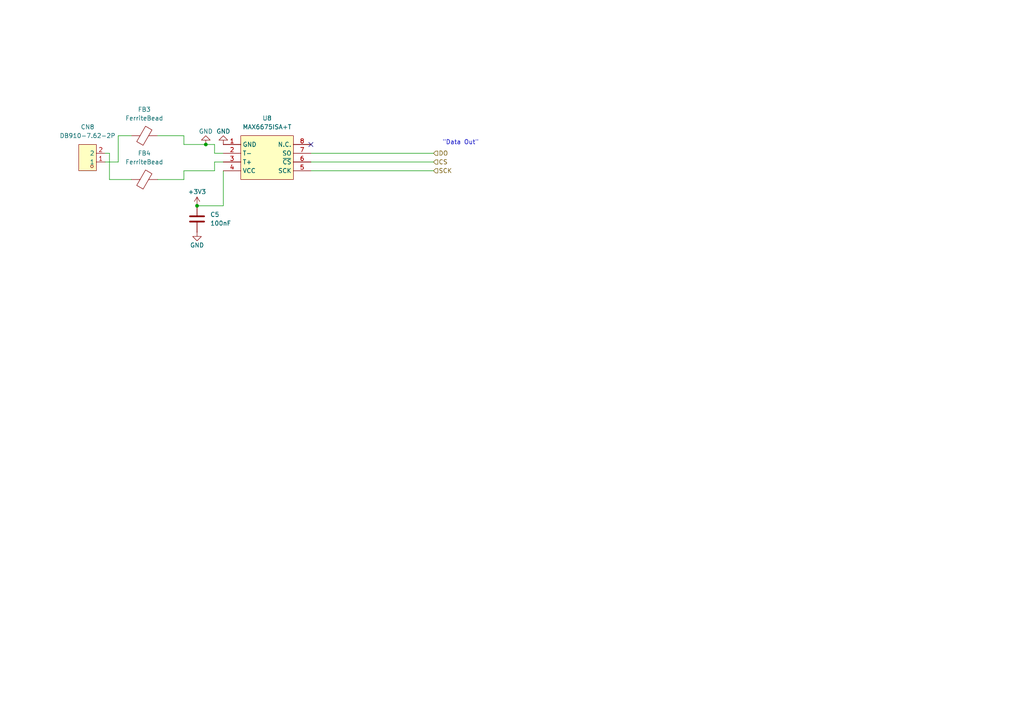
<source format=kicad_sch>
(kicad_sch (version 20231120) (generator "eeschema") (generator_version "8.0")
  (paper "A4")
  (lib_symbols
    (symbol "Device:C" (pin_numbers hide) (pin_names (offset 0.254))
      (property "Reference" "C" (at 0.635 2.54 0))
      (property "Value" "C" (at 0.635 -2.54 0))
      (symbol "C_0_1"
        (polyline (pts (xy -2.032 -0.762) (xy 2.032 -0.762)) (stroke (width 0.508)))
        (polyline (pts (xy -2.032 0.762) (xy 2.032 0.762)) (stroke (width 0.508)))
      )
      (symbol "C_1_1"
        (pin passive line (at 0 3.81 270) (length 2.794) (name "~") (number "1"))
        (pin passive line (at 0 -3.81 90) (length 2.794) (name "~") (number "2"))
      )
    )
    (symbol "Device:FerriteBead" (pin_numbers hide) (pin_names (offset 0))
      (property "Reference" "FB" (at -3.81 0.635 90))
      (property "Value" "FerriteBead" (at 3.81 0 90))
      (symbol "FerriteBead_0_1"
        (polyline (pts (xy 0 -1.27) (xy 0 -1.2192)))
        (polyline (pts (xy 0 1.27) (xy 0 1.2954)))
        (polyline (pts (xy -2.7686 0.4064) (xy -1.7018 2.2606) (xy 2.7686 -0.3048) (xy 1.6764 -2.159) (xy -2.7686 0.4064)))
      )
      (symbol "FerriteBead_1_1"
        (pin passive line (at 0 3.81 270) (length 2.54) (name "~") (number "1"))
        (pin passive line (at 0 -3.81 90) (length 2.54) (name "~") (number "2"))
      )
    )
    (symbol "blastLib:DB910-7.62-2P"
      (property "Reference" "CN" (at 0 6.35 0))
      (property "Value" "DB910-7.62-2P" (at 0 -6.35 0))
      (symbol "DB910-7.62-2P_0_1"
        (rectangle (start -2.54 3.81) (end 2.54 -3.81) (fill (type background)))
        (circle (center -1.27 2.54) (radius 0.38))
        (pin unspecified line (at -5.08 1.27 0) (length 2.54) (name "1") (number "1"))
        (pin unspecified line (at -5.08 -1.27 0) (length 2.54) (name "2") (number "2"))
      )
    )
    (symbol "blastLib:MAX6675ISA+T"
      (property "Reference" "U" (at 0 8.89 0))
      (property "Value" "MAX6675ISA+T" (at 0 -8.89 0))
      (symbol "MAX6675ISA+T_0_1"
        (rectangle (start -7.62 6.35) (end 7.62 -6.35) (fill (type background)))
        (pin unspecified line (at -12.7 3.81 0) (length 5.08) (name "GND") (number "1"))
        (pin unspecified line (at -12.7 1.27 0) (length 5.08) (name "T-") (number "2"))
        (pin unspecified line (at -12.7 -1.27 0) (length 5.08) (name "T+") (number "3"))
        (pin unspecified line (at -12.7 -3.81 0) (length 5.08) (name "VCC") (number "4"))
        (pin unspecified line (at 12.7 -3.81 180) (length 5.08) (name "SCK") (number "5"))
        (pin unspecified line (at 12.7 -1.27 180) (length 5.08) (name "~{CS}") (number "6"))
        (pin unspecified line (at 12.7 1.27 180) (length 5.08) (name "SO") (number "7"))
        (pin unspecified line (at 12.7 3.81 180) (length 5.08) (name "N.C.") (number "8"))
      )
    )
    (symbol "power:+3V3" (power) (pin_numbers hide) (pin_names (offset 0) hide)
      (property "Value" "+3V3" (at 0 3.556 0))
      (symbol "+3V3_0_1"
        (polyline (pts (xy -0.762 1.27) (xy 0 2.54)))
        (polyline (pts (xy 0 0) (xy 0 2.54)))
        (polyline (pts (xy 0 2.54) (xy 0.762 1.27)))
      )
      (symbol "+3V3_1_1"
        (pin power_in line (at 0 0 90) (length 0) (name "~") (number "1"))
      )
    )
    (symbol "power:GND" (power) (pin_numbers hide) (pin_names (offset 0) hide)
      (property "Value" "GND" (at 0 -3.81 0))
      (symbol "GND_0_1"
        (polyline (pts (xy 0 0) (xy 0 -1.27) (xy 1.27 -1.27) (xy 0 -2.54) (xy -1.27 -1.27) (xy 0 -1.27)))
      )
      (symbol "GND_1_1"
        (pin power_in line (at 0 0 270) (length 0) (name "~") (number "1"))
      )
    )
  )
  (junction (at 57.15 59.69))
  (junction (at 59.69 41.91))
  (no_connect (at 90.17 41.91))
  (wire (pts (xy 31.75 52.07) (xy 38.1 52.07)))
  (wire (pts (xy 53.34 39.37) (xy 53.34 41.91)))
  (wire (pts (xy 64.77 49.53) (xy 64.77 59.69)))
  (wire (pts (xy 90.17 49.53) (xy 125.73 49.53)))
  (wire (pts (xy 38.1 39.37) (xy 34.29 39.37)))
  (wire (pts (xy 59.69 41.91) (xy 53.34 41.91)))
  (wire (pts (xy 53.34 52.07) (xy 53.34 49.53)))
  (wire (pts (xy 62.23 41.91) (xy 59.69 41.91)))
  (wire (pts (xy 31.75 52.07) (xy 31.75 44.45)))
  (wire (pts (xy 90.17 44.45) (xy 125.73 44.45)))
  (wire (pts (xy 45.72 52.07) (xy 53.34 52.07)))
  (wire (pts (xy 34.29 39.37) (xy 34.29 46.99)))
  (wire (pts (xy 62.23 46.99) (xy 62.23 49.53)))
  (wire (pts (xy 62.23 49.53) (xy 53.34 49.53)))
  (wire (pts (xy 45.72 39.37) (xy 53.34 39.37)))
  (wire (pts (xy 90.17 46.99) (xy 125.73 46.99)))
  (wire (pts (xy 57.15 59.69) (xy 64.77 59.69)))
  (wire (pts (xy 34.29 46.99) (xy 30.48 46.99)))
  (wire (pts (xy 62.23 44.45) (xy 62.23 41.91)))
  (wire (pts (xy 64.77 46.99) (xy 62.23 46.99)))
  (wire (pts (xy 64.77 44.45) (xy 62.23 44.45)))
  (wire (pts (xy 30.48 44.45) (xy 31.75 44.45)))
  (text "\"Data Out\"" (at 133.604 41.402 0) (effects (font (size 1.27 1.27))))
  (hierarchical_label "DO" (shape input) (at 125.73 44.45 0))
  (hierarchical_label "SCK" (shape input) (at 125.73 49.53 0))
  (hierarchical_label "CS" (shape input) (at 125.73 46.99 0))
  (symbol (lib_id "power:GND") (at 57.15 67.31 0) (unit 1)
    (property "Reference" "#PWR039" (effects (hide yes)))
    (property "Value" "GND" (at 57.15 71.12 0))
    (property "Description" "Power symbol creates a global label with name \"GND\" , ground" (effects (hide yes)))
    (instances (project "JAS Warhead PCB" (path "" (reference "#PWR039") (unit 1)) (path "" (reference "#PWR040") (unit 1)) (path "" (reference "#PWR043") (unit 1)) (path "" (reference "#PWR038") (unit 1))))
  )
  (symbol (lib_id "Device:FerriteBead") (at 41.91 52.07 90) (unit 1)
    (property "Reference" "FB4" (at 41.8592 44.45 90))
    (property "Value" "FerriteBead" (at 41.8592 46.99 90))
    (property "Footprint" "Inductor_SMD:L_0402_1005Metric" (effects (hide yes)))
    (property "Description" "Ferrite bead" (effects (hide yes)))
    (property "Item #" "8" (effects (hide yes)))
    (instances (project "JAS Warhead PCB" (path "" (reference "FB4") (unit 1)) (path "" (reference "FB6") (unit 1)) (path "" (reference "FB8") (unit 1)) (path "" (reference "FB2") (unit 1))))
  )
  (symbol (lib_id "Device:C") (at 57.15 63.5 0) (unit 1)
    (property "Reference" "C5" (at 60.96 62.2299 0) (effects (justify left)))
    (property "Value" "100nF" (at 60.96 64.7699 0) (effects (justify left)))
    (property "Footprint" "Capacitor_SMD:C_0402_1005Metric" (effects (hide yes)))
    (property "Description" "Unpolarized capacitor" (effects (hide yes)))
    (instances (project "" (path "" (reference "C5") (unit 1)) (path "" (reference "C6") (unit 1)) (path "" (reference "C7") (unit 1)) (path "" (reference "C4") (unit 1))))
  )
  (symbol (lib_id "blastLib:DB910-7.62-2P") (at 25.4 45.72 180) (unit 1)
    (property "Reference" "CN8" (at 25.4 36.83 0))
    (property "Value" "DB910-7.62-2P" (at 25.4 39.37 0))
    (property "Footprint" "blastLib:CONN-TH_2P-P7.62_DB910-7.62-2P" (effects (hide yes)))
    (property "Datasheet" "https://lcsc.com/product-detail/Pluggable-System-Terminal-Block_DIBO-DB910-7-62-2P_C395876.html" (effects (hide yes)))
    (property "LCSC Part" "C395876" (effects (hide yes)))
    (instances (project "JAS Warhead PCB" (path "" (reference "CN8") (unit 1)) (path "" (reference "CN9") (unit 1)) (path "" (reference "CN10") (unit 1)) (path "" (reference "CN7") (unit 1))))
  )
  (symbol (lib_id "power:GND") (at 64.77 41.91 180) (unit 1)
    (property "Reference" "#PWR042" (effects (hide yes)))
    (property "Value" "GND" (at 64.77 38.1 0))
    (property "Description" "Power symbol creates a global label with name \"GND\" , ground" (effects (hide yes)))
    (instances (project "JAS Warhead PCB" (path "" (reference "#PWR042") (unit 1)) (path "" (reference "#PWR053") (unit 1)) (path "" (reference "#PWR064") (unit 1)) (path "" (reference "#PWR031") (unit 1))))
  )
  (symbol (lib_id "power:+3V3") (at 57.15 59.69 0) (unit 1)
    (property "Reference" "#PWR045" (effects (hide yes)))
    (property "Value" "+3V3" (at 57.15 55.626 0))
    (property "Description" "Power symbol creates a global label with name \"+3V3\"" (effects (hide yes)))
    (instances (project "JAS Warhead PCB" (path "" (reference "#PWR045") (unit 1)) (path "" (reference "#PWR046") (unit 1)) (path "" (reference "#PWR047") (unit 1)) (path "" (reference "#PWR044") (unit 1))))
  )
  (symbol (lib_id "power:GND") (at 59.69 41.91 180) (unit 1)
    (property "Reference" "#PWR032" (effects (hide yes)))
    (property "Value" "GND" (at 59.69 38.1 0))
    (property "Description" "Power symbol creates a global label with name \"GND\" , ground" (effects (hide yes)))
    (instances (project "JAS Warhead PCB" (path "" (reference "#PWR032") (unit 1)) (path "" (reference "#PWR036") (unit 1)) (path "" (reference "#PWR037") (unit 1)) (path "" (reference "#PWR029") (unit 1))))
  )
  (symbol (lib_id "Device:FerriteBead") (at 41.91 39.37 90) (unit 1)
    (property "Reference" "FB3" (at 41.8592 31.75 90))
    (property "Value" "FerriteBead" (at 41.8592 34.29 90))
    (property "Footprint" "Inductor_SMD:L_0402_1005Metric" (effects (hide yes)))
    (property "Description" "Ferrite bead" (effects (hide yes)))
    (property "Item #" "8" (effects (hide yes)))
    (instances (project "JAS Warhead PCB" (path "" (reference "FB3") (unit 1)) (path "" (reference "FB5") (unit 1)) (path "" (reference "FB7") (unit 1)) (path "" (reference "FB1") (unit 1))))
  )
  (symbol (lib_id "blastLib:MAX6675ISA+T") (at 77.47 45.72 0) (unit 1)
    (property "Reference" "U8" (at 77.47 34.29 0))
    (property "Value" "MAX6675ISA+T" (at 77.47 36.83 0))
    (property "Footprint" "blastLib:SOIC-8_L5.0-W4.0-P1.27-LS6.0-BL" (effects (hide yes)))
    (property "Datasheet" "https://lcsc.com/product-detail/Analog-ICs_MAXIM_MAX6675ISA-T_MAX6675ISA-T_C16030.html" (effects (hide yes)))
    (property "LCSC Part" "C16030" (effects (hide yes)))
    (instances (project "" (path "" (reference "U8") (unit 1)) (path "" (reference "U10") (unit 1)) (path "" (reference "U12") (unit 1)) (path "" (reference "U6") (unit 1))))
  )
)
</source>
